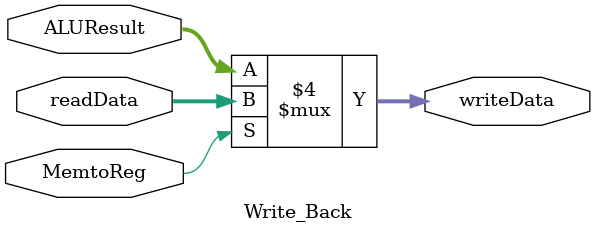
<source format=v>
`timescale 1ns / 1ps

module Write_Back (
    input MemtoReg,
    input [31:0] readData,
    input [31:0] ALUResult,
    output reg [31:0] writeData
);
    


	always @(*)
		begin 
			if (MemtoReg == 1)
				writeData = readData;
			else
				writeData = ALUResult;
		end




endmodule
</source>
